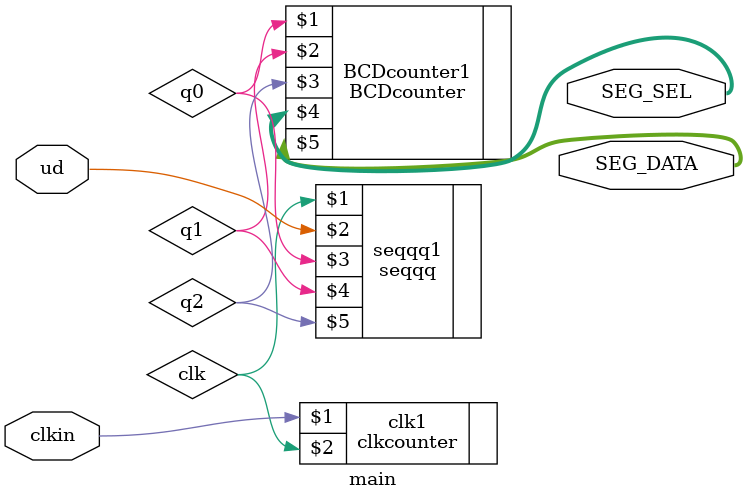
<source format=v>
`timescale 1ns / 1ps
module main(input ud ,input clkin  ,output  [4:0] SEG_SEL , output  [7:0]SEG_DATA
    );
	 wire clk;
	 wire q0 ,q1 , q2 ;
	clkcounter clk1(clkin , clk);
	seqqq seqqq1(clk , ud , q0 , q1 , q2);
	BCDcounter BCDcounter1(q0 , q1 , q2 ,SEG_SEL , SEG_DATA);
endmodule
</source>
